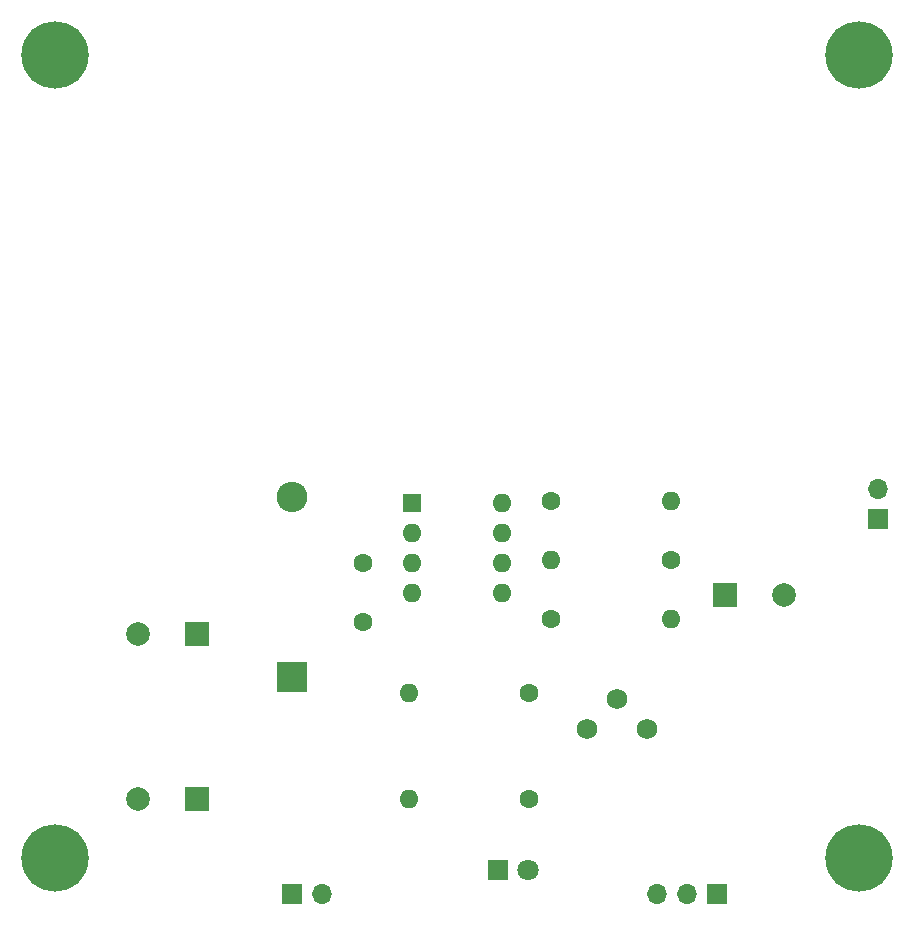
<source format=gbr>
%TF.GenerationSoftware,KiCad,Pcbnew,(6.0.10)*%
%TF.CreationDate,2023-02-21T22:54:33+08:00*%
%TF.ProjectId,LutrarmyMic_BatPwr,4c757472-6172-46d7-994d-69635f426174,rev?*%
%TF.SameCoordinates,Original*%
%TF.FileFunction,Soldermask,Bot*%
%TF.FilePolarity,Negative*%
%FSLAX46Y46*%
G04 Gerber Fmt 4.6, Leading zero omitted, Abs format (unit mm)*
G04 Created by KiCad (PCBNEW (6.0.10)) date 2023-02-21 22:54:33*
%MOMM*%
%LPD*%
G01*
G04 APERTURE LIST*
%ADD10C,5.700000*%
%ADD11C,1.600000*%
%ADD12O,1.600000X1.600000*%
%ADD13R,2.000000X2.000000*%
%ADD14C,2.000000*%
%ADD15R,1.700000X1.700000*%
%ADD16O,1.700000X1.700000*%
%ADD17R,1.600000X1.600000*%
%ADD18R,2.600000X2.600000*%
%ADD19O,2.600000X2.600000*%
%ADD20R,1.800000X1.800000*%
%ADD21C,1.800000*%
%ADD22C,1.750000*%
G04 APERTURE END LIST*
D10*
%TO.C,REF\u002A\u002A*%
X186500000Y-134000000D03*
%TD*%
D11*
%TO.C,C2*%
X144500000Y-109000000D03*
X144500000Y-114000000D03*
%TD*%
D10*
%TO.C,REF\u002A\u002A*%
X118500000Y-134000000D03*
%TD*%
D11*
%TO.C,R3*%
X160420000Y-103720000D03*
D12*
X170580000Y-103720000D03*
%TD*%
D13*
%TO.C,C4*%
X130500000Y-129000000D03*
D14*
X125500000Y-129000000D03*
%TD*%
D11*
%TO.C,R5*%
X158585000Y-129000000D03*
D12*
X148425000Y-129000000D03*
%TD*%
D15*
%TO.C,BT1*%
X188182500Y-105270000D03*
D16*
X188182500Y-102730000D03*
%TD*%
D13*
%TO.C,C3*%
X130500000Y-115000000D03*
D14*
X125500000Y-115000000D03*
%TD*%
D10*
%TO.C,REF\u002A\u002A*%
X186500000Y-66000000D03*
%TD*%
D11*
%TO.C,R4*%
X158615000Y-120000000D03*
D12*
X148455000Y-120000000D03*
%TD*%
D17*
%TO.C,U1*%
X148700000Y-103920000D03*
D12*
X148700000Y-106460000D03*
X148700000Y-109000000D03*
X148700000Y-111540000D03*
X156320000Y-111540000D03*
X156320000Y-109000000D03*
X156320000Y-106460000D03*
X156320000Y-103920000D03*
%TD*%
D15*
%TO.C,SW1*%
X174500000Y-137000000D03*
D16*
X171960000Y-137000000D03*
X169420000Y-137000000D03*
%TD*%
D11*
%TO.C,R1*%
X170580000Y-108720000D03*
D12*
X160420000Y-108720000D03*
%TD*%
D18*
%TO.C,D1*%
X138500000Y-118620000D03*
D19*
X138500000Y-103380000D03*
%TD*%
D15*
%TO.C,J1*%
X138500000Y-137000000D03*
D16*
X141040000Y-137000000D03*
%TD*%
D20*
%TO.C,D2*%
X155960000Y-135000000D03*
D21*
X158500000Y-135000000D03*
%TD*%
D13*
%TO.C,C1*%
X175190907Y-111720000D03*
D14*
X180190907Y-111720000D03*
%TD*%
D10*
%TO.C,REF\u002A\u002A*%
X118500000Y-66000000D03*
%TD*%
D22*
%TO.C,RV1*%
X163500000Y-123000000D03*
X166040000Y-120460000D03*
X168580000Y-123000000D03*
%TD*%
D11*
%TO.C,R2*%
X160420000Y-113720000D03*
D12*
X170580000Y-113720000D03*
%TD*%
M02*

</source>
